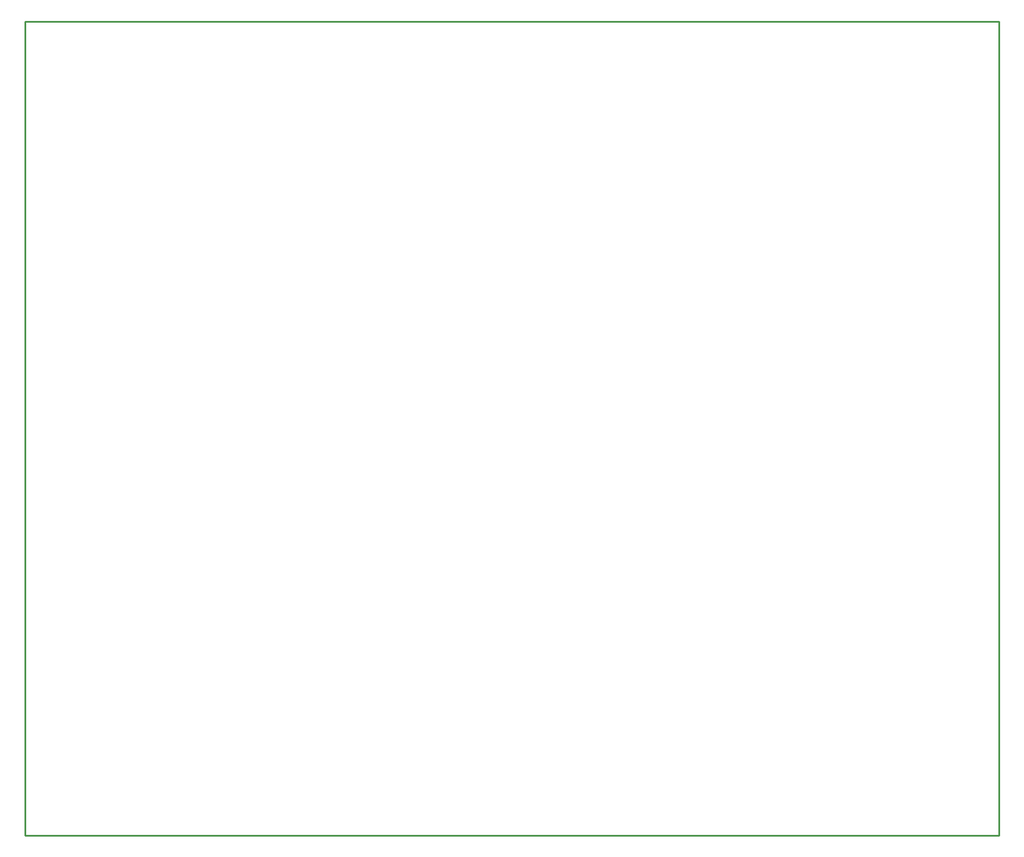
<source format=gko>
G04*
G04 #@! TF.GenerationSoftware,Altium Limited,Altium Designer,25.0.2 (28)*
G04*
G04 Layer_Color=16711935*
%FSLAX44Y44*%
%MOMM*%
G71*
G04*
G04 #@! TF.SameCoordinates,A7C3AEC9-9CA1-47B5-BDAE-58582B56A9DF*
G04*
G04*
G04 #@! TF.FilePolarity,Positive*
G04*
G01*
G75*
%ADD13C,0.2540*%
D13*
X1645000Y255000D02*
Y1440000D01*
X230000Y255000D02*
Y1440000D01*
Y255000D02*
X1645000D01*
X230000Y1440000D02*
X1645000D01*
M02*

</source>
